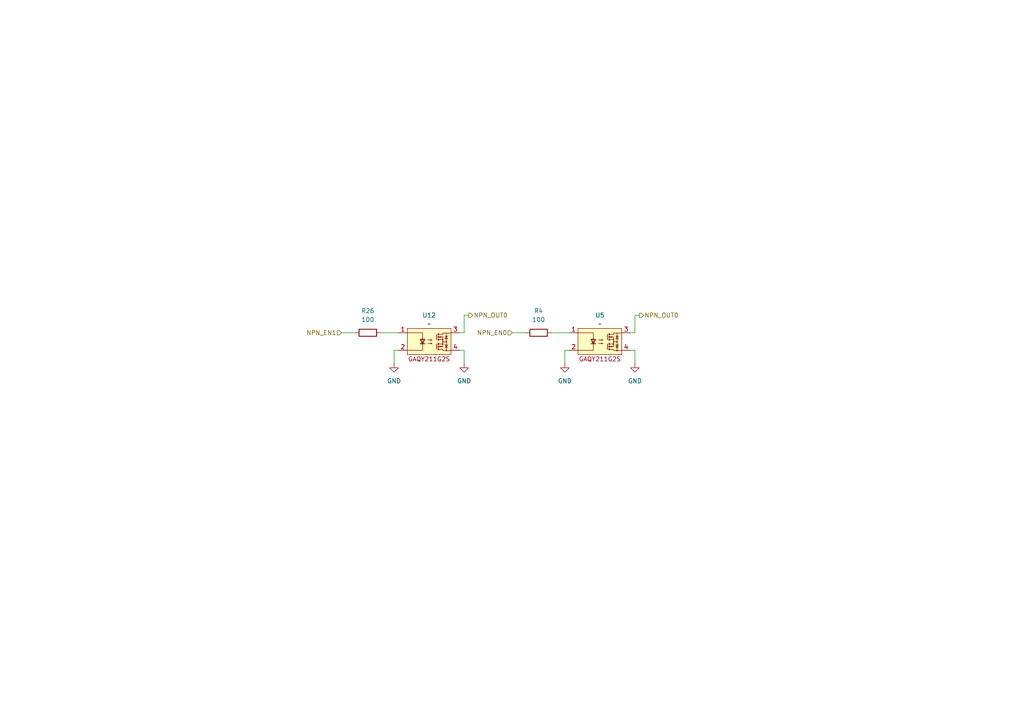
<source format=kicad_sch>
(kicad_sch
	(version 20250114)
	(generator "eeschema")
	(generator_version "9.0")
	(uuid "3e837694-2c7a-4ebe-97f6-8a4d7e3f262e")
	(paper "A4")
	(lib_symbols
		(symbol "Device:R"
			(pin_numbers
				(hide yes)
			)
			(pin_names
				(offset 0)
			)
			(exclude_from_sim no)
			(in_bom yes)
			(on_board yes)
			(property "Reference" "R"
				(at 2.032 0 90)
				(effects
					(font
						(size 1.27 1.27)
					)
				)
			)
			(property "Value" "R"
				(at 0 0 90)
				(effects
					(font
						(size 1.27 1.27)
					)
				)
			)
			(property "Footprint" ""
				(at -1.778 0 90)
				(effects
					(font
						(size 1.27 1.27)
					)
					(hide yes)
				)
			)
			(property "Datasheet" "~"
				(at 0 0 0)
				(effects
					(font
						(size 1.27 1.27)
					)
					(hide yes)
				)
			)
			(property "Description" "Resistor"
				(at 0 0 0)
				(effects
					(font
						(size 1.27 1.27)
					)
					(hide yes)
				)
			)
			(property "ki_keywords" "R res resistor"
				(at 0 0 0)
				(effects
					(font
						(size 1.27 1.27)
					)
					(hide yes)
				)
			)
			(property "ki_fp_filters" "R_*"
				(at 0 0 0)
				(effects
					(font
						(size 1.27 1.27)
					)
					(hide yes)
				)
			)
			(symbol "R_0_1"
				(rectangle
					(start -1.016 -2.54)
					(end 1.016 2.54)
					(stroke
						(width 0.254)
						(type default)
					)
					(fill
						(type none)
					)
				)
			)
			(symbol "R_1_1"
				(pin passive line
					(at 0 3.81 270)
					(length 1.27)
					(name "~"
						(effects
							(font
								(size 1.27 1.27)
							)
						)
					)
					(number "1"
						(effects
							(font
								(size 1.27 1.27)
							)
						)
					)
				)
				(pin passive line
					(at 0 -3.81 90)
					(length 1.27)
					(name "~"
						(effects
							(font
								(size 1.27 1.27)
							)
						)
					)
					(number "2"
						(effects
							(font
								(size 1.27 1.27)
							)
						)
					)
				)
			)
			(embedded_fonts no)
		)
		(symbol "Riqi_Parts:GAQY211G2S"
			(exclude_from_sim no)
			(in_bom yes)
			(on_board yes)
			(property "Reference" "U"
				(at 0 0 0)
				(effects
					(font
						(size 1.27 1.27)
					)
				)
			)
			(property "Value" ""
				(at 0 0 0)
				(effects
					(font
						(size 1.27 1.27)
					)
				)
			)
			(property "Footprint" "Package_SO:SO-4_4.4x4.3mm_P2.54mm"
				(at 0 0 0)
				(effects
					(font
						(size 1.27 1.27)
					)
					(hide yes)
				)
			)
			(property "Datasheet" "https://lcsc.com/datasheet/lcsc_datasheet_2411220035_SUPSiC-GAQY211G2S_C7435104.pdf"
				(at 0 0 0)
				(effects
					(font
						(size 1.27 1.27)
					)
					(hide yes)
				)
			)
			(property "Description" ""
				(at 0 0 0)
				(effects
					(font
						(size 1.27 1.27)
					)
					(hide yes)
				)
			)
			(symbol "GAQY211G2S_0_1"
				(polyline
					(pts
						(xy -2.54 -2.54) (xy 1.905 -2.54) (xy 1.905 -4.445)
					)
					(stroke
						(width 0)
						(type default)
					)
					(fill
						(type none)
					)
				)
				(polyline
					(pts
						(xy 1.27 -5.715) (xy 2.54 -5.715)
					)
					(stroke
						(width 0.254)
						(type default)
					)
					(fill
						(type none)
					)
				)
				(polyline
					(pts
						(xy 1.905 -4.191) (xy 1.905 -7.62) (xy -2.54 -7.62)
					)
					(stroke
						(width 0)
						(type default)
					)
					(fill
						(type none)
					)
				)
				(polyline
					(pts
						(xy 1.905 -5.715) (xy 1.27 -4.445) (xy 2.54 -4.445) (xy 1.905 -5.715)
					)
					(stroke
						(width 0.254)
						(type default)
					)
					(fill
						(type none)
					)
				)
				(polyline
					(pts
						(xy 3.4016 -4.6346) (xy 4.6716 -4.6346) (xy 4.2906 -4.7616) (xy 4.2906 -4.5076) (xy 4.6716 -4.6346)
					)
					(stroke
						(width 0)
						(type default)
					)
					(fill
						(type none)
					)
				)
				(polyline
					(pts
						(xy 3.4016 -5.6506) (xy 4.6716 -5.6506) (xy 4.2906 -5.7776) (xy 4.2906 -5.5236) (xy 4.6716 -5.6506)
					)
					(stroke
						(width 0)
						(type default)
					)
					(fill
						(type none)
					)
				)
				(polyline
					(pts
						(xy 6.004 -3.0018) (xy 6.004 -4.5258)
					)
					(stroke
						(width 0.2032)
						(type default)
					)
					(fill
						(type none)
					)
				)
				(polyline
					(pts
						(xy 6.004 -5.7958) (xy 6.004 -7.3198)
					)
					(stroke
						(width 0.2032)
						(type default)
					)
					(fill
						(type none)
					)
				)
				(polyline
					(pts
						(xy 6.512 -2.8748) (xy 6.512 -3.1288) (xy 6.512 -3.1288)
					)
					(stroke
						(width 0.3556)
						(type default)
					)
					(fill
						(type none)
					)
				)
				(polyline
					(pts
						(xy 6.512 -3.6368) (xy 6.512 -3.8908) (xy 6.512 -3.8908)
					)
					(stroke
						(width 0.3556)
						(type default)
					)
					(fill
						(type none)
					)
				)
				(polyline
					(pts
						(xy 6.512 -4.3988) (xy 6.512 -4.6528) (xy 6.512 -4.6528)
					)
					(stroke
						(width 0.3556)
						(type default)
					)
					(fill
						(type none)
					)
				)
				(polyline
					(pts
						(xy 6.512 -5.6688) (xy 6.512 -5.9228)
					)
					(stroke
						(width 0.3556)
						(type default)
					)
					(fill
						(type none)
					)
				)
				(polyline
					(pts
						(xy 6.512 -6.4308) (xy 6.512 -6.6848) (xy 6.512 -6.6848)
					)
					(stroke
						(width 0.3556)
						(type default)
					)
					(fill
						(type none)
					)
				)
				(polyline
					(pts
						(xy 6.512 -7.1928) (xy 6.512 -7.4468) (xy 6.512 -7.4468)
					)
					(stroke
						(width 0.3556)
						(type default)
					)
					(fill
						(type none)
					)
				)
				(polyline
					(pts
						(xy 6.639 -3.0018) (xy 7.782 -3.0018) (xy 7.782 -2.6208) (xy 10.068 -2.6208)
					)
					(stroke
						(width 0)
						(type default)
					)
					(fill
						(type none)
					)
				)
				(polyline
					(pts
						(xy 6.639 -3.7638) (xy 7.782 -3.7638) (xy 7.782 -4.5258)
					)
					(stroke
						(width 0)
						(type default)
					)
					(fill
						(type none)
					)
				)
				(polyline
					(pts
						(xy 6.639 -5.7958) (xy 7.782 -5.7958) (xy 7.782 -4.5258) (xy 6.639 -4.5258)
					)
					(stroke
						(width 0)
						(type default)
					)
					(fill
						(type none)
					)
				)
				(polyline
					(pts
						(xy 6.639 -6.5578) (xy 7.782 -6.5578) (xy 7.782 -5.7958)
					)
					(stroke
						(width 0)
						(type default)
					)
					(fill
						(type none)
					)
				)
				(polyline
					(pts
						(xy 6.639 -7.3198) (xy 7.782 -7.3198) (xy 7.782 -7.7008) (xy 10.068 -7.7008)
					)
					(stroke
						(width 0)
						(type default)
					)
					(fill
						(type none)
					)
				)
				(polyline
					(pts
						(xy 6.766 -3.7638) (xy 7.274 -3.6368) (xy 7.274 -3.8908) (xy 6.766 -3.7638)
					)
					(stroke
						(width 0)
						(type default)
					)
					(fill
						(type none)
					)
				)
				(polyline
					(pts
						(xy 6.766 -6.5578) (xy 7.274 -6.4308) (xy 7.274 -6.6848) (xy 6.766 -6.5578)
					)
					(stroke
						(width 0)
						(type default)
					)
					(fill
						(type none)
					)
				)
				(circle
					(center 7.782 -4.5258)
					(radius 0.127)
					(stroke
						(width 0)
						(type default)
					)
					(fill
						(type none)
					)
				)
				(polyline
					(pts
						(xy 7.782 -5.1608) (xy 8.798 -5.1608)
					)
					(stroke
						(width 0)
						(type default)
					)
					(fill
						(type none)
					)
				)
				(circle
					(center 7.782 -5.1608)
					(radius 0.127)
					(stroke
						(width 0)
						(type default)
					)
					(fill
						(type none)
					)
				)
				(circle
					(center 7.782 -5.7958)
					(radius 0.127)
					(stroke
						(width 0)
						(type default)
					)
					(fill
						(type none)
					)
				)
				(polyline
					(pts
						(xy 8.417 -3.5098) (xy 9.179 -3.5098)
					)
					(stroke
						(width 0)
						(type default)
					)
					(fill
						(type none)
					)
				)
				(polyline
					(pts
						(xy 8.417 -6.8118) (xy 9.179 -6.8118)
					)
					(stroke
						(width 0)
						(type default)
					)
					(fill
						(type none)
					)
				)
				(polyline
					(pts
						(xy 8.798 -3.5098) (xy 8.417 -4.2718) (xy 9.179 -4.2718) (xy 8.798 -3.5098)
					)
					(stroke
						(width 0)
						(type default)
					)
					(fill
						(type none)
					)
				)
				(circle
					(center 8.798 -5.1608)
					(radius 0.127)
					(stroke
						(width 0)
						(type default)
					)
					(fill
						(type none)
					)
				)
				(polyline
					(pts
						(xy 8.798 -6.8118) (xy 8.417 -6.0498) (xy 9.179 -6.0498) (xy 8.798 -6.8118)
					)
					(stroke
						(width 0)
						(type default)
					)
					(fill
						(type none)
					)
				)
				(polyline
					(pts
						(xy 8.798 -7.7008) (xy 8.798 -2.6208)
					)
					(stroke
						(width 0)
						(type default)
					)
					(fill
						(type none)
					)
				)
				(circle
					(center 8.798 -7.7008)
					(radius 0.127)
					(stroke
						(width 0)
						(type default)
					)
					(fill
						(type none)
					)
				)
			)
			(symbol "GAQY211G2S_1_1"
				(rectangle
					(start -2.54 -1.27)
					(end 10.16 -8.89)
					(stroke
						(width 0)
						(type solid)
					)
					(fill
						(type background)
					)
				)
				(text "GAQY211G2S\n"
					(at 3.81 -10.16 0)
					(effects
						(font
							(size 1.27 1.27)
						)
					)
				)
				(pin input line
					(at -5.08 -2.54 0)
					(length 2.54)
					(name ""
						(effects
							(font
								(size 1.27 1.27)
							)
						)
					)
					(number "1"
						(effects
							(font
								(size 1.27 1.27)
							)
						)
					)
				)
				(pin input line
					(at -5.08 -7.62 0)
					(length 2.54)
					(name ""
						(effects
							(font
								(size 1.27 1.27)
							)
						)
					)
					(number "2"
						(effects
							(font
								(size 1.27 1.27)
							)
						)
					)
				)
				(pin input line
					(at 12.7 -2.54 180)
					(length 2.54)
					(name ""
						(effects
							(font
								(size 1.27 1.27)
							)
						)
					)
					(number "3"
						(effects
							(font
								(size 1.27 1.27)
							)
						)
					)
				)
				(pin input line
					(at 12.7 -7.62 180)
					(length 2.54)
					(name ""
						(effects
							(font
								(size 1.27 1.27)
							)
						)
					)
					(number "4"
						(effects
							(font
								(size 1.27 1.27)
							)
						)
					)
				)
			)
			(embedded_fonts no)
		)
		(symbol "power:GND"
			(power)
			(pin_numbers
				(hide yes)
			)
			(pin_names
				(offset 0)
				(hide yes)
			)
			(exclude_from_sim no)
			(in_bom yes)
			(on_board yes)
			(property "Reference" "#PWR"
				(at 0 -6.35 0)
				(effects
					(font
						(size 1.27 1.27)
					)
					(hide yes)
				)
			)
			(property "Value" "GND"
				(at 0 -3.81 0)
				(effects
					(font
						(size 1.27 1.27)
					)
				)
			)
			(property "Footprint" ""
				(at 0 0 0)
				(effects
					(font
						(size 1.27 1.27)
					)
					(hide yes)
				)
			)
			(property "Datasheet" ""
				(at 0 0 0)
				(effects
					(font
						(size 1.27 1.27)
					)
					(hide yes)
				)
			)
			(property "Description" "Power symbol creates a global label with name \"GND\" , ground"
				(at 0 0 0)
				(effects
					(font
						(size 1.27 1.27)
					)
					(hide yes)
				)
			)
			(property "ki_keywords" "global power"
				(at 0 0 0)
				(effects
					(font
						(size 1.27 1.27)
					)
					(hide yes)
				)
			)
			(symbol "GND_0_1"
				(polyline
					(pts
						(xy 0 0) (xy 0 -1.27) (xy 1.27 -1.27) (xy 0 -2.54) (xy -1.27 -1.27) (xy 0 -1.27)
					)
					(stroke
						(width 0)
						(type default)
					)
					(fill
						(type none)
					)
				)
			)
			(symbol "GND_1_1"
				(pin power_in line
					(at 0 0 270)
					(length 0)
					(name "~"
						(effects
							(font
								(size 1.27 1.27)
							)
						)
					)
					(number "1"
						(effects
							(font
								(size 1.27 1.27)
							)
						)
					)
				)
			)
			(embedded_fonts no)
		)
	)
	(wire
		(pts
			(xy 133.35 101.6) (xy 134.62 101.6)
		)
		(stroke
			(width 0)
			(type default)
		)
		(uuid "0ae0e438-76ed-42f8-8438-213f8ef01c55")
	)
	(wire
		(pts
			(xy 163.83 105.41) (xy 163.83 101.6)
		)
		(stroke
			(width 0)
			(type default)
		)
		(uuid "0e7a5584-730d-41ed-a246-6516deaa9a34")
	)
	(wire
		(pts
			(xy 134.62 91.44) (xy 134.62 96.52)
		)
		(stroke
			(width 0)
			(type default)
		)
		(uuid "17bbdd7a-b20a-436d-9c5b-51d5e54fcbd7")
	)
	(wire
		(pts
			(xy 184.15 96.52) (xy 184.15 91.44)
		)
		(stroke
			(width 0)
			(type default)
		)
		(uuid "1f5384ef-c9c2-49a4-a086-4942d65ebca9")
	)
	(wire
		(pts
			(xy 110.49 96.52) (xy 115.57 96.52)
		)
		(stroke
			(width 0)
			(type default)
		)
		(uuid "22ee8440-1081-4291-8f9b-33ac74904a38")
	)
	(wire
		(pts
			(xy 160.02 96.52) (xy 165.1 96.52)
		)
		(stroke
			(width 0)
			(type default)
		)
		(uuid "3422d29f-24d5-4253-b902-f47258737a38")
	)
	(wire
		(pts
			(xy 114.3 101.6) (xy 115.57 101.6)
		)
		(stroke
			(width 0)
			(type default)
		)
		(uuid "397edd97-fe37-4581-89ca-3bf3895e31d7")
	)
	(wire
		(pts
			(xy 184.15 101.6) (xy 184.15 105.41)
		)
		(stroke
			(width 0)
			(type default)
		)
		(uuid "63b8bbf2-7dd0-4a21-a367-291ef2b335f7")
	)
	(wire
		(pts
			(xy 163.83 101.6) (xy 165.1 101.6)
		)
		(stroke
			(width 0)
			(type default)
		)
		(uuid "74596701-d7b4-4588-ad12-8e7b8629b9a0")
	)
	(wire
		(pts
			(xy 182.88 96.52) (xy 184.15 96.52)
		)
		(stroke
			(width 0)
			(type default)
		)
		(uuid "877033f5-17c8-4e34-837e-c30320dfd819")
	)
	(wire
		(pts
			(xy 99.06 96.52) (xy 102.87 96.52)
		)
		(stroke
			(width 0)
			(type default)
		)
		(uuid "8b420569-2995-4f79-b81d-723020ebf806")
	)
	(wire
		(pts
			(xy 182.88 101.6) (xy 184.15 101.6)
		)
		(stroke
			(width 0)
			(type default)
		)
		(uuid "9defac67-51ce-4bd0-ab3e-b05a8a35f560")
	)
	(wire
		(pts
			(xy 184.15 91.44) (xy 185.42 91.44)
		)
		(stroke
			(width 0)
			(type default)
		)
		(uuid "a55f94cf-8e06-4c70-837a-433199932bd8")
	)
	(wire
		(pts
			(xy 134.62 101.6) (xy 134.62 105.41)
		)
		(stroke
			(width 0)
			(type default)
		)
		(uuid "ad3d0793-f638-4df0-ba02-6bc6e4de774f")
	)
	(wire
		(pts
			(xy 133.35 96.52) (xy 134.62 96.52)
		)
		(stroke
			(width 0)
			(type default)
		)
		(uuid "aee723b5-6ab1-4714-9f39-544785188875")
	)
	(wire
		(pts
			(xy 114.3 105.41) (xy 114.3 101.6)
		)
		(stroke
			(width 0)
			(type default)
		)
		(uuid "bdc3ca04-d2f9-46b1-8cc0-98f7335426a0")
	)
	(wire
		(pts
			(xy 135.89 91.44) (xy 134.62 91.44)
		)
		(stroke
			(width 0)
			(type default)
		)
		(uuid "dfa0bf64-97a2-4395-b371-ba08c090da7b")
	)
	(wire
		(pts
			(xy 148.59 96.52) (xy 152.4 96.52)
		)
		(stroke
			(width 0)
			(type default)
		)
		(uuid "fa52a5de-ecc3-405d-98c3-06f63bad6c94")
	)
	(hierarchical_label "NPN_OUT0"
		(shape output)
		(at 135.89 91.44 0)
		(effects
			(font
				(size 1.27 1.27)
			)
			(justify left)
		)
		(uuid "380816bc-7b83-4c18-9ee3-d3562127d10e")
	)
	(hierarchical_label "NPN_OUT0"
		(shape output)
		(at 185.42 91.44 0)
		(effects
			(font
				(size 1.27 1.27)
			)
			(justify left)
		)
		(uuid "47a86c52-1a65-4fc4-be76-e434b9a88aa2")
	)
	(hierarchical_label "NPN_EN0"
		(shape input)
		(at 148.59 96.52 180)
		(effects
			(font
				(size 1.27 1.27)
			)
			(justify right)
		)
		(uuid "93d9215e-e597-4695-9b18-8cd3643ecb4b")
	)
	(hierarchical_label "NPN_EN1"
		(shape input)
		(at 99.06 96.52 180)
		(effects
			(font
				(size 1.27 1.27)
			)
			(justify right)
		)
		(uuid "d6d17522-6a2b-42d7-96a2-28290b03f981")
	)
	(symbol
		(lib_id "Device:R")
		(at 106.68 96.52 90)
		(unit 1)
		(exclude_from_sim no)
		(in_bom yes)
		(on_board yes)
		(dnp no)
		(fields_autoplaced yes)
		(uuid "029936f4-09ea-4ac9-b7a4-4e593b548819")
		(property "Reference" "R26"
			(at 106.68 90.17 90)
			(effects
				(font
					(size 1.27 1.27)
				)
			)
		)
		(property "Value" "100"
			(at 106.68 92.71 90)
			(effects
				(font
					(size 1.27 1.27)
				)
			)
		)
		(property "Footprint" ""
			(at 106.68 98.298 90)
			(effects
				(font
					(size 1.27 1.27)
				)
				(hide yes)
			)
		)
		(property "Datasheet" "~"
			(at 106.68 96.52 0)
			(effects
				(font
					(size 1.27 1.27)
				)
				(hide yes)
			)
		)
		(property "Description" "Resistor"
			(at 106.68 96.52 0)
			(effects
				(font
					(size 1.27 1.27)
				)
				(hide yes)
			)
		)
		(pin "1"
			(uuid "fa29aa94-7dc8-484a-af57-ec401f4347da")
		)
		(pin "2"
			(uuid "4c080623-50fe-4ef0-a7cc-68e0f9e53ad8")
		)
		(instances
			(project "NIVARA"
				(path "/8290cc18-06d0-4e02-a781-29a61ebc321a/9e4d7a0c-a5eb-4e88-9036-0c35e68b279a/70c9f439-c648-496e-a774-7d3c213f4c72"
					(reference "R26")
					(unit 1)
				)
			)
		)
	)
	(symbol
		(lib_id "power:GND")
		(at 163.83 105.41 0)
		(unit 1)
		(exclude_from_sim no)
		(in_bom yes)
		(on_board yes)
		(dnp no)
		(fields_autoplaced yes)
		(uuid "0631933b-318f-42cd-bc02-ee04017f1759")
		(property "Reference" "#PWR023"
			(at 163.83 111.76 0)
			(effects
				(font
					(size 1.27 1.27)
				)
				(hide yes)
			)
		)
		(property "Value" "GND"
			(at 163.83 110.49 0)
			(effects
				(font
					(size 1.27 1.27)
				)
			)
		)
		(property "Footprint" ""
			(at 163.83 105.41 0)
			(effects
				(font
					(size 1.27 1.27)
				)
				(hide yes)
			)
		)
		(property "Datasheet" ""
			(at 163.83 105.41 0)
			(effects
				(font
					(size 1.27 1.27)
				)
				(hide yes)
			)
		)
		(property "Description" "Power symbol creates a global label with name \"GND\" , ground"
			(at 163.83 105.41 0)
			(effects
				(font
					(size 1.27 1.27)
				)
				(hide yes)
			)
		)
		(pin "1"
			(uuid "c0e71cc5-f4f5-4b81-8645-3cfdf5603281")
		)
		(instances
			(project "NIVARA"
				(path "/8290cc18-06d0-4e02-a781-29a61ebc321a/9e4d7a0c-a5eb-4e88-9036-0c35e68b279a/70c9f439-c648-496e-a774-7d3c213f4c72"
					(reference "#PWR023")
					(unit 1)
				)
			)
		)
	)
	(symbol
		(lib_id "power:GND")
		(at 134.62 105.41 0)
		(unit 1)
		(exclude_from_sim no)
		(in_bom yes)
		(on_board yes)
		(dnp no)
		(fields_autoplaced yes)
		(uuid "087473a4-1806-46df-8d2e-30bd0c100b23")
		(property "Reference" "#PWR024"
			(at 134.62 111.76 0)
			(effects
				(font
					(size 1.27 1.27)
				)
				(hide yes)
			)
		)
		(property "Value" "GND"
			(at 134.62 110.49 0)
			(effects
				(font
					(size 1.27 1.27)
				)
			)
		)
		(property "Footprint" ""
			(at 134.62 105.41 0)
			(effects
				(font
					(size 1.27 1.27)
				)
				(hide yes)
			)
		)
		(property "Datasheet" ""
			(at 134.62 105.41 0)
			(effects
				(font
					(size 1.27 1.27)
				)
				(hide yes)
			)
		)
		(property "Description" "Power symbol creates a global label with name \"GND\" , ground"
			(at 134.62 105.41 0)
			(effects
				(font
					(size 1.27 1.27)
				)
				(hide yes)
			)
		)
		(pin "1"
			(uuid "1260ac20-f0d6-4fcb-8bcb-6ed3cc107ea6")
		)
		(instances
			(project "NIVARA"
				(path "/8290cc18-06d0-4e02-a781-29a61ebc321a/9e4d7a0c-a5eb-4e88-9036-0c35e68b279a/70c9f439-c648-496e-a774-7d3c213f4c72"
					(reference "#PWR024")
					(unit 1)
				)
			)
		)
	)
	(symbol
		(lib_id "power:GND")
		(at 184.15 105.41 0)
		(unit 1)
		(exclude_from_sim no)
		(in_bom yes)
		(on_board yes)
		(dnp no)
		(fields_autoplaced yes)
		(uuid "25dbe21f-f02e-4566-96bb-ce37342c1cf7")
		(property "Reference" "#PWR053"
			(at 184.15 111.76 0)
			(effects
				(font
					(size 1.27 1.27)
				)
				(hide yes)
			)
		)
		(property "Value" "GND"
			(at 184.15 110.49 0)
			(effects
				(font
					(size 1.27 1.27)
				)
			)
		)
		(property "Footprint" ""
			(at 184.15 105.41 0)
			(effects
				(font
					(size 1.27 1.27)
				)
				(hide yes)
			)
		)
		(property "Datasheet" ""
			(at 184.15 105.41 0)
			(effects
				(font
					(size 1.27 1.27)
				)
				(hide yes)
			)
		)
		(property "Description" "Power symbol creates a global label with name \"GND\" , ground"
			(at 184.15 105.41 0)
			(effects
				(font
					(size 1.27 1.27)
				)
				(hide yes)
			)
		)
		(pin "1"
			(uuid "5675daff-6396-42c8-b1ef-ff9db451d4d6")
		)
		(instances
			(project "NIVARA"
				(path "/8290cc18-06d0-4e02-a781-29a61ebc321a/9e4d7a0c-a5eb-4e88-9036-0c35e68b279a/70c9f439-c648-496e-a774-7d3c213f4c72"
					(reference "#PWR053")
					(unit 1)
				)
			)
		)
	)
	(symbol
		(lib_id "power:GND")
		(at 114.3 105.41 0)
		(unit 1)
		(exclude_from_sim no)
		(in_bom yes)
		(on_board yes)
		(dnp no)
		(fields_autoplaced yes)
		(uuid "9a06c0cd-7d2a-49c4-9269-d4517f132d2c")
		(property "Reference" "#PWR027"
			(at 114.3 111.76 0)
			(effects
				(font
					(size 1.27 1.27)
				)
				(hide yes)
			)
		)
		(property "Value" "GND"
			(at 114.3 110.49 0)
			(effects
				(font
					(size 1.27 1.27)
				)
			)
		)
		(property "Footprint" ""
			(at 114.3 105.41 0)
			(effects
				(font
					(size 1.27 1.27)
				)
				(hide yes)
			)
		)
		(property "Datasheet" ""
			(at 114.3 105.41 0)
			(effects
				(font
					(size 1.27 1.27)
				)
				(hide yes)
			)
		)
		(property "Description" "Power symbol creates a global label with name \"GND\" , ground"
			(at 114.3 105.41 0)
			(effects
				(font
					(size 1.27 1.27)
				)
				(hide yes)
			)
		)
		(pin "1"
			(uuid "b0ac9e43-7e35-47be-8735-7731ec166919")
		)
		(instances
			(project "NIVARA"
				(path "/8290cc18-06d0-4e02-a781-29a61ebc321a/9e4d7a0c-a5eb-4e88-9036-0c35e68b279a/70c9f439-c648-496e-a774-7d3c213f4c72"
					(reference "#PWR027")
					(unit 1)
				)
			)
		)
	)
	(symbol
		(lib_id "Device:R")
		(at 156.21 96.52 90)
		(unit 1)
		(exclude_from_sim no)
		(in_bom yes)
		(on_board yes)
		(dnp no)
		(fields_autoplaced yes)
		(uuid "b5f60497-ad3b-4862-8cf7-0748a5e4bdb2")
		(property "Reference" "R4"
			(at 156.21 90.17 90)
			(effects
				(font
					(size 1.27 1.27)
				)
			)
		)
		(property "Value" "100"
			(at 156.21 92.71 90)
			(effects
				(font
					(size 1.27 1.27)
				)
			)
		)
		(property "Footprint" ""
			(at 156.21 98.298 90)
			(effects
				(font
					(size 1.27 1.27)
				)
				(hide yes)
			)
		)
		(property "Datasheet" "~"
			(at 156.21 96.52 0)
			(effects
				(font
					(size 1.27 1.27)
				)
				(hide yes)
			)
		)
		(property "Description" "Resistor"
			(at 156.21 96.52 0)
			(effects
				(font
					(size 1.27 1.27)
				)
				(hide yes)
			)
		)
		(pin "1"
			(uuid "a3eb9eca-936b-4ccc-8b42-c02a93a19092")
		)
		(pin "2"
			(uuid "da65cd59-f2d4-40b1-879d-811fb8a8653a")
		)
		(instances
			(project "NIVARA"
				(path "/8290cc18-06d0-4e02-a781-29a61ebc321a/9e4d7a0c-a5eb-4e88-9036-0c35e68b279a/70c9f439-c648-496e-a774-7d3c213f4c72"
					(reference "R4")
					(unit 1)
				)
			)
		)
	)
	(symbol
		(lib_id "Riqi_Parts:GAQY211G2S")
		(at 120.65 93.98 0)
		(unit 1)
		(exclude_from_sim no)
		(in_bom yes)
		(on_board yes)
		(dnp no)
		(fields_autoplaced yes)
		(uuid "dd511293-53fb-4005-97a6-3f8c9c854a27")
		(property "Reference" "U12"
			(at 124.46 91.44 0)
			(effects
				(font
					(size 1.27 1.27)
				)
			)
		)
		(property "Value" "~"
			(at 124.46 93.98 0)
			(effects
				(font
					(size 1.27 1.27)
				)
			)
		)
		(property "Footprint" "Package_SO:SO-4_4.4x4.3mm_P2.54mm"
			(at 120.65 93.98 0)
			(effects
				(font
					(size 1.27 1.27)
				)
				(hide yes)
			)
		)
		(property "Datasheet" "https://lcsc.com/datasheet/lcsc_datasheet_2411220035_SUPSiC-GAQY211G2S_C7435104.pdf"
			(at 120.65 93.98 0)
			(effects
				(font
					(size 1.27 1.27)
				)
				(hide yes)
			)
		)
		(property "Description" ""
			(at 120.65 93.98 0)
			(effects
				(font
					(size 1.27 1.27)
				)
				(hide yes)
			)
		)
		(pin "3"
			(uuid "99ea6209-8a4f-4f63-bd53-75eca52e0d3e")
		)
		(pin "1"
			(uuid "be768a19-6c7f-49a3-9207-c8f3287a45eb")
		)
		(pin "2"
			(uuid "2fc57600-6cce-4de9-a6c0-d6bcfc0971b4")
		)
		(pin "4"
			(uuid "7a18c126-18d3-4c28-a698-82bba4409c70")
		)
		(instances
			(project "NIVARA"
				(path "/8290cc18-06d0-4e02-a781-29a61ebc321a/9e4d7a0c-a5eb-4e88-9036-0c35e68b279a/70c9f439-c648-496e-a774-7d3c213f4c72"
					(reference "U12")
					(unit 1)
				)
			)
		)
	)
	(symbol
		(lib_id "Riqi_Parts:GAQY211G2S")
		(at 170.18 93.98 0)
		(unit 1)
		(exclude_from_sim no)
		(in_bom yes)
		(on_board yes)
		(dnp no)
		(fields_autoplaced yes)
		(uuid "ef2e1e6d-56df-48a5-81e2-ece571d6eb87")
		(property "Reference" "U5"
			(at 173.99 91.44 0)
			(effects
				(font
					(size 1.27 1.27)
				)
			)
		)
		(property "Value" "~"
			(at 173.99 93.98 0)
			(effects
				(font
					(size 1.27 1.27)
				)
			)
		)
		(property "Footprint" "Package_SO:SO-4_4.4x4.3mm_P2.54mm"
			(at 170.18 93.98 0)
			(effects
				(font
					(size 1.27 1.27)
				)
				(hide yes)
			)
		)
		(property "Datasheet" "https://lcsc.com/datasheet/lcsc_datasheet_2411220035_SUPSiC-GAQY211G2S_C7435104.pdf"
			(at 170.18 93.98 0)
			(effects
				(font
					(size 1.27 1.27)
				)
				(hide yes)
			)
		)
		(property "Description" ""
			(at 170.18 93.98 0)
			(effects
				(font
					(size 1.27 1.27)
				)
				(hide yes)
			)
		)
		(pin "3"
			(uuid "2c251db6-14da-4569-877c-89fc0e64c197")
		)
		(pin "1"
			(uuid "2c987659-87c8-4f81-b4b4-644946dca92b")
		)
		(pin "2"
			(uuid "9cbfd3ca-e58e-456b-8fa6-c2ba40429acb")
		)
		(pin "4"
			(uuid "c1f61496-23b8-405f-9f93-7eff9a9cc7ce")
		)
		(instances
			(project "NIVARA"
				(path "/8290cc18-06d0-4e02-a781-29a61ebc321a/9e4d7a0c-a5eb-4e88-9036-0c35e68b279a/70c9f439-c648-496e-a774-7d3c213f4c72"
					(reference "U5")
					(unit 1)
				)
			)
		)
	)
)

</source>
